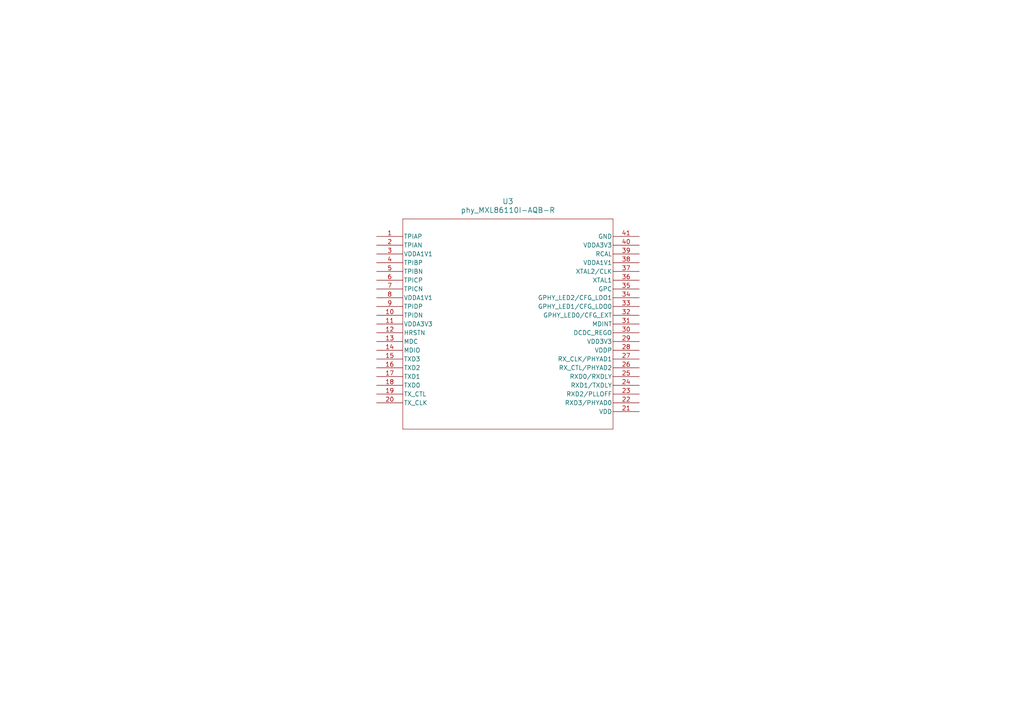
<source format=kicad_sch>
(kicad_sch (version 20231120) (generator "eeschema") (generator_version "8.0")
  (paper "A4")
  (title_block (title "Phy"))
  (lib_symbols
    (symbol "pc_mainboard:phy_MXL86110I-AQB-R" (pin_names (offset 0.254))
      (property "Reference" "U" (at 38.1 10.16 0))
      (property "Value" "phy_MXL86110I-AQB-R" (at 38.1 7.62 0))
      (symbol "phy_MXL86110I-AQB-R_0_1"
        (polyline (pts (xy 7.62 -55.88) (xy 68.58 -55.88)) (stroke (width 0.127)))
        (polyline (pts (xy 7.62 5.08) (xy 7.62 -55.88)) (stroke (width 0.127)))
        (polyline (pts (xy 68.58 -55.88) (xy 68.58 5.08)) (stroke (width 0.127)))
        (polyline (pts (xy 68.58 5.08) (xy 7.62 5.08)) (stroke (width 0.127)))
        (pin unspecified line (at 0 0 0) (length 7.62) (name "TPIAP") (number "1"))
        (pin unspecified line (at 0 -22.86 0) (length 7.62) (name "TPIDN") (number "10"))
        (pin power_in line (at 0 -25.4 0) (length 7.62) (name "VDDA3V3") (number "11"))
        (pin input line (at 0 -27.94 0) (length 7.62) (name "HRSTN") (number "12"))
        (pin input line (at 0 -30.48 0) (length 7.62) (name "MDC") (number "13"))
        (pin bidirectional line (at 0 -33.02 0) (length 7.62) (name "MDIO") (number "14"))
        (pin input line (at 0 -35.56 0) (length 7.62) (name "TXD3") (number "15"))
        (pin input line (at 0 -38.1 0) (length 7.62) (name "TXD2") (number "16"))
        (pin input line (at 0 -40.64 0) (length 7.62) (name "TXD1") (number "17"))
        (pin input line (at 0 -43.18 0) (length 7.62) (name "TXD0") (number "18"))
        (pin input line (at 0 -45.72 0) (length 7.62) (name "TX_CTL") (number "19"))
        (pin unspecified line (at 0 -2.54 0) (length 7.62) (name "TPIAN") (number "2"))
        (pin input line (at 0 -48.26 0) (length 7.62) (name "TX_CLK") (number "20"))
        (pin power_in line (at 76.2 -50.8 180) (length 7.62) (name "VDD") (number "21"))
        (pin bidirectional line (at 76.2 -48.26 180) (length 7.62) (name "RXD3/PHYAD0") (number "22"))
        (pin bidirectional line (at 76.2 -45.72 180) (length 7.62) (name "RXD2/PLLOFF") (number "23"))
        (pin bidirectional line (at 76.2 -43.18 180) (length 7.62) (name "RXD1/TXDLY") (number "24"))
        (pin bidirectional line (at 76.2 -40.64 180) (length 7.62) (name "RXD0/RXDLY") (number "25"))
        (pin bidirectional line (at 76.2 -38.1 180) (length 7.62) (name "RX_CTL/PHYAD2") (number "26"))
        (pin bidirectional line (at 76.2 -35.56 180) (length 7.62) (name "RX_CLK/PHYAD1") (number "27"))
        (pin power_in line (at 76.2 -33.02 180) (length 7.62) (name "VDDP") (number "28"))
        (pin power_in line (at 76.2 -30.48 180) (length 7.62) (name "VDD3V3") (number "29"))
        (pin power_in line (at 0 -5.08 0) (length 7.62) (name "VDDA1V1") (number "3"))
        (pin power_in line (at 76.2 -27.94 180) (length 7.62) (name "DCDC_REGO") (number "30"))
        (pin output line (at 76.2 -25.4 180) (length 7.62) (name "MDINT") (number "31"))
        (pin bidirectional line (at 76.2 -22.86 180) (length 7.62) (name "GPHY_LED0/CFG_EXT") (number "32"))
        (pin bidirectional line (at 76.2 -20.32 180) (length 7.62) (name "GPHY_LED1/CFG_LDO0") (number "33"))
        (pin output line (at 76.2 -17.78 180) (length 7.62) (name "GPHY_LED2/CFG_LDO1") (number "34"))
        (pin output line (at 76.2 -15.24 180) (length 7.62) (name "GPC") (number "35"))
        (pin unspecified line (at 76.2 -12.7 180) (length 7.62) (name "XTAL1") (number "36"))
        (pin unspecified line (at 76.2 -10.16 180) (length 7.62) (name "XTAL2/CLK") (number "37"))
        (pin power_in line (at 76.2 -7.62 180) (length 7.62) (name "VDDA1V1") (number "38"))
        (pin unspecified line (at 76.2 -5.08 180) (length 7.62) (name "RCAL") (number "39"))
        (pin unspecified line (at 0 -7.62 0) (length 7.62) (name "TPIBP") (number "4"))
        (pin power_in line (at 76.2 -2.54 180) (length 7.62) (name "VDDA3V3") (number "40"))
        (pin power_out line (at 76.2 0 180) (length 7.62) (name "GND") (number "41"))
        (pin unspecified line (at 0 -10.16 0) (length 7.62) (name "TPIBN") (number "5"))
        (pin unspecified line (at 0 -12.7 0) (length 7.62) (name "TPICP") (number "6"))
        (pin unspecified line (at 0 -15.24 0) (length 7.62) (name "TPICN") (number "7"))
        (pin power_in line (at 0 -17.78 0) (length 7.62) (name "VDDA1V1") (number "8"))
        (pin unspecified line (at 0 -20.32 0) (length 7.62) (name "TPIDP") (number "9"))
      )
    )
  )
  (symbol (lib_id "pc_mainboard:phy_MXL86110I-AQB-R") (at 109.22 68.58 0) (unit 1)
    (property "Reference" "U3" (at 147.32 58.42 0) (effects (font (size 1.524 1.524))))
    (property "Value" "phy_MXL86110I-AQB-R" (at 147.32 60.96 0) (effects (font (size 1.524 1.524))))
    (property "Footprint" "QFN40_5X5_MXL" (effects (hide yes)))
    (property "Datasheet" "MXL86110I-AQB-R" (effects (hide yes)))
  )
)
</source>
